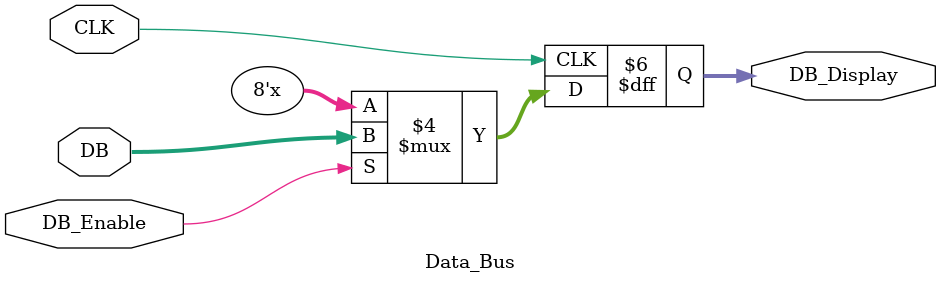
<source format=v>
module Data_Bus

	(
		input		wire			CLK,					// Clock to Synchronize Data Bus
		input		wire			DB_Enable,			//	Enable Data Bus
		input		wire	[7:0]	DB,					// Data Bus - IN / Out 
		output	reg	[7:0]	DB_Display			//	Display port for Data Bus
	);
	
	
	always @(posedge CLK)
		begin
			if (DB_Enable == 1'b1)
				DB_Display <= DB;
			else
				DB_Display <= 8'bzzzzzzzz;
		end
endmodule

</source>
